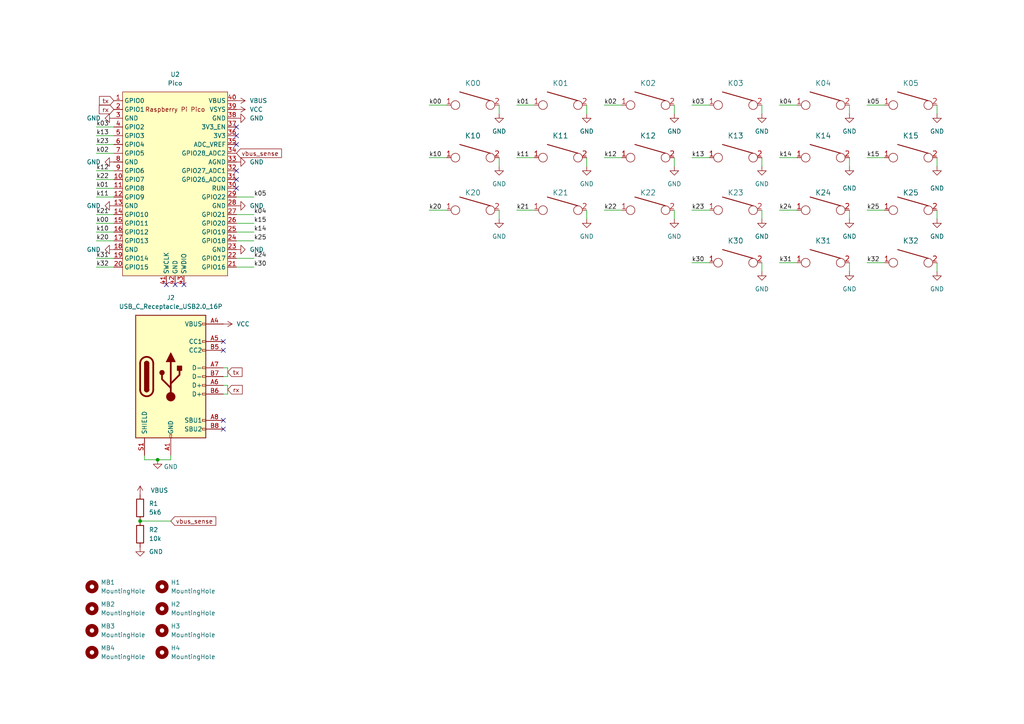
<source format=kicad_sch>
(kicad_sch (version 20231120) (generator "eeschema") (generator_version "8.0")
  (paper "A4")
  (title_block (rev "rev1.0"))
  (lib_symbols
    (symbol "Connector:USB_C_Receptacle_USB2.0_16P" (pin_names (offset 1.016))
      (property "Reference" "J" (at 0 22.225 0))
      (property "Value" "USB_C_Receptacle_USB2.0_16P" (at 0 19.685 0))
      (symbol "USB_C_Receptacle_USB2.0_16P_0_0"
        (rectangle (start -0.254 -17.78) (end 0.254 -16.764))
        (rectangle (start 10.16 -14.986) (end 9.144 -15.494))
        (rectangle (start 10.16 -12.446) (end 9.144 -12.954))
        (rectangle (start 10.16 -4.826) (end 9.144 -5.334))
        (rectangle (start 10.16 -2.286) (end 9.144 -2.794))
        (rectangle (start 10.16 0.254) (end 9.144 -0.254))
        (rectangle (start 10.16 2.794) (end 9.144 2.286))
        (rectangle (start 10.16 7.874) (end 9.144 7.366))
        (rectangle (start 10.16 10.414) (end 9.144 9.906))
        (rectangle (start 10.16 15.494) (end 9.144 14.986))
      )
      (symbol "USB_C_Receptacle_USB2.0_16P_0_1"
        (rectangle (start -10.16 17.78) (end 10.16 -17.78) (stroke (width 0.254)) (fill (type background)))
        (arc (start -8.89 -3.81) (mid -6.985 -5.7067) (end -5.08 -3.81) (stroke (width 0.508)))
        (arc (start -7.62 -3.81) (mid -6.985 -4.4423) (end -6.35 -3.81) (stroke (width 0.254)))
        (arc (start -7.62 -3.81) (mid -6.985 -4.4423) (end -6.35 -3.81) (stroke (width 0.254)) (fill (type outline)))
        (rectangle (start -7.62 -3.81) (end -6.35 3.81) (stroke (width 0.254)) (fill (type outline)))
        (arc (start -6.35 3.81) (mid -6.985 4.4423) (end -7.62 3.81) (stroke (width 0.254)))
        (arc (start -6.35 3.81) (mid -6.985 4.4423) (end -7.62 3.81) (stroke (width 0.254)) (fill (type outline)))
        (arc (start -5.08 3.81) (mid -6.985 5.7067) (end -8.89 3.81) (stroke (width 0.508)))
        (circle (center -2.54 1.143) (radius 0.635) (stroke (width 0.254)) (fill (type outline)))
        (circle (center 0 -5.842) (radius 1.27) (fill (type outline)))
        (polyline (pts (xy -8.89 -3.81) (xy -8.89 3.81)) (stroke (width 0.508)))
        (polyline (pts (xy -5.08 3.81) (xy -5.08 -3.81)) (stroke (width 0.508)))
        (polyline (pts (xy 0 -5.842) (xy 0 4.318)) (stroke (width 0.508)))
        (polyline (pts (xy 0 -3.302) (xy -2.54 -0.762) (xy -2.54 0.508)) (stroke (width 0.508)))
        (polyline (pts (xy 0 -2.032) (xy 2.54 0.508) (xy 2.54 1.778)) (stroke (width 0.508)))
        (polyline (pts (xy -1.27 4.318) (xy 0 6.858) (xy 1.27 4.318) (xy -1.27 4.318)) (stroke (width 0.254)) (fill (type outline)))
        (rectangle (start 1.905 1.778) (end 3.175 3.048) (stroke (width 0.254)) (fill (type outline)))
      )
      (symbol "USB_C_Receptacle_USB2.0_16P_1_1"
        (pin passive line (at 0 -22.86 90) (length 5.08) (name "GND") (number "A1"))
        (pin passive line (at 0 -22.86 90) (length 5.08) hide (name "GND") (number "A12"))
        (pin passive line (at 15.24 15.24 180) (length 5.08) (name "VBUS") (number "A4"))
        (pin bidirectional line (at 15.24 10.16 180) (length 5.08) (name "CC1") (number "A5"))
        (pin bidirectional line (at 15.24 -2.54 180) (length 5.08) (name "D+") (number "A6"))
        (pin bidirectional line (at 15.24 2.54 180) (length 5.08) (name "D-") (number "A7"))
        (pin bidirectional line (at 15.24 -12.7 180) (length 5.08) (name "SBU1") (number "A8"))
        (pin passive line (at 15.24 15.24 180) (length 5.08) hide (name "VBUS") (number "A9"))
        (pin passive line (at 0 -22.86 90) (length 5.08) hide (name "GND") (number "B1"))
        (pin passive line (at 0 -22.86 90) (length 5.08) hide (name "GND") (number "B12"))
        (pin passive line (at 15.24 15.24 180) (length 5.08) hide (name "VBUS") (number "B4"))
        (pin bidirectional line (at 15.24 7.62 180) (length 5.08) (name "CC2") (number "B5"))
        (pin bidirectional line (at 15.24 -5.08 180) (length 5.08) (name "D+") (number "B6"))
        (pin bidirectional line (at 15.24 0 180) (length 5.08) (name "D-") (number "B7"))
        (pin bidirectional line (at 15.24 -15.24 180) (length 5.08) (name "SBU2") (number "B8"))
        (pin passive line (at 15.24 15.24 180) (length 5.08) hide (name "VBUS") (number "B9"))
        (pin passive line (at -7.62 -22.86 90) (length 5.08) (name "SHIELD") (number "S1"))
      )
    )
    (symbol "Device:R" (pin_numbers hide) (pin_names (offset 0))
      (property "Reference" "R" (at 2.032 0 90))
      (property "Value" "R" (at 0 0 90))
      (symbol "R_0_1"
        (rectangle (start -1.016 -2.54) (end 1.016 2.54) (stroke (width 0.254)))
      )
      (symbol "R_1_1"
        (pin passive line (at 0 3.81 270) (length 1.27) (name "~") (number "1"))
        (pin passive line (at 0 -3.81 90) (length 1.27) (name "~") (number "2"))
      )
    )
    (symbol "KiCad-RP-Pico:Pico"
      (property "Reference" "U" (at -13.97 27.94 0))
      (property "Value" "Pico" (at 0 19.05 0))
      (symbol "Pico_0_0"
        (text "Raspberry Pi Pico" (at 0 21.59 0) (effects (font (size 1.27 1.27))))
      )
      (symbol "Pico_0_1"
        (rectangle (start -15.24 26.67) (end 15.24 -26.67) (fill (type background)))
      )
      (symbol "Pico_1_1"
        (pin bidirectional line (at -17.78 24.13 0) (length 2.54) (name "GPIO0") (number "1"))
        (pin bidirectional line (at -17.78 1.27 0) (length 2.54) (name "GPIO7") (number "10"))
        (pin bidirectional line (at -17.78 -1.27 0) (length 2.54) (name "GPIO8") (number "11"))
        (pin bidirectional line (at -17.78 -3.81 0) (length 2.54) (name "GPIO9") (number "12"))
        (pin power_in line (at -17.78 -6.35 0) (length 2.54) (name "GND") (number "13"))
        (pin bidirectional line (at -17.78 -8.89 0) (length 2.54) (name "GPIO10") (number "14"))
        (pin bidirectional line (at -17.78 -11.43 0) (length 2.54) (name "GPIO11") (number "15"))
        (pin bidirectional line (at -17.78 -13.97 0) (length 2.54) (name "GPIO12") (number "16"))
        (pin bidirectional line (at -17.78 -16.51 0) (length 2.54) (name "GPIO13") (number "17"))
        (pin power_in line (at -17.78 -19.05 0) (length 2.54) (name "GND") (number "18"))
        (pin bidirectional line (at -17.78 -21.59 0) (length 2.54) (name "GPIO14") (number "19"))
        (pin bidirectional line (at -17.78 21.59 0) (length 2.54) (name "GPIO1") (number "2"))
        (pin bidirectional line (at -17.78 -24.13 0) (length 2.54) (name "GPIO15") (number "20"))
        (pin bidirectional line (at 17.78 -24.13 180) (length 2.54) (name "GPIO16") (number "21"))
        (pin bidirectional line (at 17.78 -21.59 180) (length 2.54) (name "GPIO17") (number "22"))
        (pin power_in line (at 17.78 -19.05 180) (length 2.54) (name "GND") (number "23"))
        (pin bidirectional line (at 17.78 -16.51 180) (length 2.54) (name "GPIO18") (number "24"))
        (pin bidirectional line (at 17.78 -13.97 180) (length 2.54) (name "GPIO19") (number "25"))
        (pin bidirectional line (at 17.78 -11.43 180) (length 2.54) (name "GPIO20") (number "26"))
        (pin bidirectional line (at 17.78 -8.89 180) (length 2.54) (name "GPIO21") (number "27"))
        (pin power_in line (at 17.78 -6.35 180) (length 2.54) (name "GND") (number "28"))
        (pin bidirectional line (at 17.78 -3.81 180) (length 2.54) (name "GPIO22") (number "29"))
        (pin power_in line (at -17.78 19.05 0) (length 2.54) (name "GND") (number "3"))
        (pin input line (at 17.78 -1.27 180) (length 2.54) (name "RUN") (number "30"))
        (pin bidirectional line (at 17.78 1.27 180) (length 2.54) (name "GPIO26_ADC0") (number "31"))
        (pin bidirectional line (at 17.78 3.81 180) (length 2.54) (name "GPIO27_ADC1") (number "32"))
        (pin power_in line (at 17.78 6.35 180) (length 2.54) (name "AGND") (number "33"))
        (pin bidirectional line (at 17.78 8.89 180) (length 2.54) (name "GPIO28_ADC2") (number "34"))
        (pin power_in line (at 17.78 11.43 180) (length 2.54) (name "ADC_VREF") (number "35"))
        (pin power_in line (at 17.78 13.97 180) (length 2.54) (name "3V3") (number "36"))
        (pin input line (at 17.78 16.51 180) (length 2.54) (name "3V3_EN") (number "37"))
        (pin bidirectional line (at 17.78 19.05 180) (length 2.54) (name "GND") (number "38"))
        (pin power_in line (at 17.78 21.59 180) (length 2.54) (name "VSYS") (number "39"))
        (pin bidirectional line (at -17.78 16.51 0) (length 2.54) (name "GPIO2") (number "4"))
        (pin power_in line (at 17.78 24.13 180) (length 2.54) (name "VBUS") (number "40"))
        (pin input line (at -2.54 -29.21 90) (length 2.54) (name "SWCLK") (number "41"))
        (pin power_in line (at 0 -29.21 90) (length 2.54) (name "GND") (number "42"))
        (pin bidirectional line (at 2.54 -29.21 90) (length 2.54) (name "SWDIO") (number "43"))
        (pin bidirectional line (at -17.78 13.97 0) (length 2.54) (name "GPIO3") (number "5"))
        (pin bidirectional line (at -17.78 11.43 0) (length 2.54) (name "GPIO4") (number "6"))
        (pin bidirectional line (at -17.78 8.89 0) (length 2.54) (name "GPIO5") (number "7"))
        (pin power_in line (at -17.78 6.35 0) (length 2.54) (name "GND") (number "8"))
        (pin bidirectional line (at -17.78 3.81 0) (length 2.54) (name "GPIO6") (number "9"))
      )
    )
    (symbol "Mechanical:MountingHole" (pin_names (offset 1.016))
      (property "Reference" "H" (at 0 5.08 0))
      (property "Value" "MountingHole" (at 0 3.175 0))
      (symbol "MountingHole_0_1"
        (circle (center 0 0) (radius 1.27) (stroke (width 1.27)))
      )
    )
    (symbol "keyboard_parts:KEYSW" (pin_names (offset 1.016))
      (property "Reference" "K?" (at -1.27 0 0))
      (symbol "KEYSW_0_1"
        (circle (center -5.08 0) (radius 1.27))
        (polyline (pts (xy -5.08 1.27) (xy 3.81 3.81)) (stroke (width 0.254)))
        (circle (center 5.08 0) (radius 1.27))
      )
      (symbol "KEYSW_1_1"
        (pin passive line (at 7.62 0 180) (length 1.27) (name "~") (number "1"))
        (pin passive line (at -7.62 0 0) (length 1.27) (name "~") (number "2"))
      )
    )
    (symbol "power:GND" (power) (pin_names (offset 0))
      (property "Value" "GND" (at 0 -3.81 0))
      (symbol "GND_0_1"
        (polyline (pts (xy 0 0) (xy 0 -1.27) (xy 1.27 -1.27) (xy 0 -2.54) (xy -1.27 -1.27) (xy 0 -1.27)))
      )
      (symbol "GND_1_1"
        (pin power_in line (at 0 0 270) (length 0) hide (name "GND") (number "1"))
      )
    )
    (symbol "power:VBUS" (power) (pin_names (offset 0))
      (property "Value" "VBUS" (at 0 3.81 0))
      (symbol "VBUS_0_1"
        (polyline (pts (xy -0.762 1.27) (xy 0 2.54)))
        (polyline (pts (xy 0 0) (xy 0 2.54)))
        (polyline (pts (xy 0 2.54) (xy 0.762 1.27)))
      )
      (symbol "VBUS_1_1"
        (pin power_in line (at 0 0 90) (length 0) hide (name "VBUS") (number "1"))
      )
    )
    (symbol "power:VCC" (power) (pin_names (offset 0))
      (property "Value" "VCC" (at 0 3.81 0))
      (symbol "VCC_0_1"
        (polyline (pts (xy -0.762 1.27) (xy 0 2.54)))
        (polyline (pts (xy 0 0) (xy 0 2.54)))
        (polyline (pts (xy 0 2.54) (xy 0.762 1.27)))
      )
      (symbol "VCC_1_1"
        (pin power_in line (at 0 0 90) (length 0) hide (name "VCC") (number "1"))
      )
    )
  )
  (junction (at 40.64 151.13))
  (junction (at 45.72 133.35))
  (no_connect (at 64.77 99.06))
  (no_connect (at 68.58 49.53))
  (no_connect (at 53.34 82.55))
  (no_connect (at 50.8 82.55))
  (no_connect (at 48.26 82.55))
  (no_connect (at 64.77 101.6))
  (no_connect (at 68.58 52.07))
  (no_connect (at 68.58 39.37))
  (no_connect (at 68.58 41.91))
  (no_connect (at 68.58 36.83))
  (no_connect (at 68.58 54.61))
  (no_connect (at 64.77 121.92))
  (no_connect (at 64.77 124.46))
  (wire (pts (xy 149.86 60.96) (xy 154.94 60.96)))
  (wire (pts (xy 27.94 41.91) (xy 33.02 41.91)))
  (wire (pts (xy 200.66 45.72) (xy 205.74 45.72)))
  (wire (pts (xy 251.46 30.48) (xy 256.54 30.48)))
  (wire (pts (xy 66.04 109.22) (xy 64.77 109.22)))
  (wire (pts (xy 124.46 45.72) (xy 129.54 45.72)))
  (wire (pts (xy 200.66 60.96) (xy 205.74 60.96)))
  (wire (pts (xy 68.58 67.31) (xy 73.66 67.31)))
  (wire (pts (xy 149.86 45.72) (xy 154.94 45.72)))
  (wire (pts (xy 27.94 49.53) (xy 33.02 49.53)))
  (wire (pts (xy 68.58 62.23) (xy 73.66 62.23)))
  (wire (pts (xy 27.94 74.93) (xy 33.02 74.93)))
  (wire (pts (xy 175.26 60.96) (xy 180.34 60.96)))
  (wire (pts (xy 251.46 60.96) (xy 256.54 60.96)))
  (wire (pts (xy 195.58 63.5) (xy 195.58 60.96)))
  (wire (pts (xy 144.78 63.5) (xy 144.78 60.96)))
  (wire (pts (xy 246.38 48.26) (xy 246.38 45.72)))
  (wire (pts (xy 220.98 48.26) (xy 220.98 45.72)))
  (wire (pts (xy 144.78 48.26) (xy 144.78 45.72)))
  (wire (pts (xy 27.94 67.31) (xy 33.02 67.31)))
  (wire (pts (xy 27.94 77.47) (xy 33.02 77.47)))
  (wire (pts (xy 175.26 45.72) (xy 180.34 45.72)))
  (wire (pts (xy 246.38 78.74) (xy 246.38 76.2)))
  (wire (pts (xy 271.78 48.26) (xy 271.78 45.72)))
  (wire (pts (xy 200.66 76.2) (xy 205.74 76.2)))
  (wire (pts (xy 226.06 45.72) (xy 231.14 45.72)))
  (wire (pts (xy 68.58 57.15) (xy 73.66 57.15)))
  (wire (pts (xy 200.66 30.48) (xy 205.74 30.48)))
  (wire (pts (xy 220.98 78.74) (xy 220.98 76.2)))
  (wire (pts (xy 41.91 133.35) (xy 45.72 133.35)))
  (wire (pts (xy 271.78 63.5) (xy 271.78 60.96)))
  (wire (pts (xy 124.46 60.96) (xy 129.54 60.96)))
  (wire (pts (xy 27.94 69.85) (xy 33.02 69.85)))
  (wire (pts (xy 27.94 54.61) (xy 33.02 54.61)))
  (wire (pts (xy 144.78 33.02) (xy 144.78 30.48)))
  (wire (pts (xy 195.58 48.26) (xy 195.58 45.72)))
  (wire (pts (xy 170.18 63.5) (xy 170.18 60.96)))
  (wire (pts (xy 66.04 111.76) (xy 66.04 114.3)))
  (wire (pts (xy 246.38 63.5) (xy 246.38 60.96)))
  (wire (pts (xy 226.06 30.48) (xy 231.14 30.48)))
  (wire (pts (xy 124.46 30.48) (xy 129.54 30.48)))
  (wire (pts (xy 27.94 39.37) (xy 33.02 39.37)))
  (wire (pts (xy 27.94 57.15) (xy 33.02 57.15)))
  (wire (pts (xy 170.18 48.26) (xy 170.18 45.72)))
  (wire (pts (xy 64.77 114.3) (xy 66.04 114.3)))
  (wire (pts (xy 175.26 30.48) (xy 180.34 30.48)))
  (wire (pts (xy 64.77 106.68) (xy 66.04 106.68)))
  (wire (pts (xy 68.58 74.93) (xy 73.66 74.93)))
  (wire (pts (xy 64.77 111.76) (xy 66.04 111.76)))
  (wire (pts (xy 27.94 36.83) (xy 33.02 36.83)))
  (wire (pts (xy 27.94 64.77) (xy 33.02 64.77)))
  (wire (pts (xy 40.64 151.13) (xy 49.53 151.13)))
  (wire (pts (xy 68.58 77.47) (xy 73.66 77.47)))
  (wire (pts (xy 41.91 132.08) (xy 41.91 133.35)))
  (wire (pts (xy 195.58 33.02) (xy 195.58 30.48)))
  (wire (pts (xy 251.46 45.72) (xy 256.54 45.72)))
  (wire (pts (xy 27.94 44.45) (xy 33.02 44.45)))
  (wire (pts (xy 226.06 60.96) (xy 231.14 60.96)))
  (wire (pts (xy 68.58 64.77) (xy 73.66 64.77)))
  (wire (pts (xy 170.18 33.02) (xy 170.18 30.48)))
  (wire (pts (xy 226.06 76.2) (xy 231.14 76.2)))
  (wire (pts (xy 45.72 133.35) (xy 49.53 133.35)))
  (wire (pts (xy 271.78 33.02) (xy 271.78 30.48)))
  (wire (pts (xy 246.38 33.02) (xy 246.38 30.48)))
  (wire (pts (xy 251.46 76.2) (xy 256.54 76.2)))
  (wire (pts (xy 66.04 106.68) (xy 66.04 109.22)))
  (wire (pts (xy 220.98 33.02) (xy 220.98 30.48)))
  (wire (pts (xy 27.94 52.07) (xy 33.02 52.07)))
  (wire (pts (xy 27.94 62.23) (xy 33.02 62.23)))
  (wire (pts (xy 149.86 30.48) (xy 154.94 30.48)))
  (wire (pts (xy 49.53 133.35) (xy 49.53 132.08)))
  (wire (pts (xy 68.58 69.85) (xy 73.66 69.85)))
  (wire (pts (xy 271.78 78.74) (xy 271.78 76.2)))
  (wire (pts (xy 220.98 63.5) (xy 220.98 60.96)))
  (label "k11" (at 27.94 57.15 0))
  (label "k21" (at 27.94 62.23 0))
  (label "k13" (at 27.94 39.37 0))
  (label "k30" (at 200.66 76.2 0))
  (label "k02" (at 175.26 30.48 0))
  (label "k04" (at 226.06 30.48 0))
  (label "k20" (at 27.94 69.85 0))
  (label "k00" (at 27.94 64.77 0))
  (label "k01" (at 27.94 54.61 0))
  (label "k00" (at 124.46 30.48 0))
  (label "k03" (at 200.66 30.48 0))
  (label "k15" (at 251.46 45.72 0))
  (label "k23" (at 200.66 60.96 0))
  (label "k10" (at 27.94 67.31 0))
  (label "k24" (at 226.06 60.96 0))
  (label "k05" (at 251.46 30.48 0))
  (label "k32" (at 27.94 77.47 0))
  (label "k22" (at 175.26 60.96 0))
  (label "k03" (at 27.94 36.83 0))
  (label "k02" (at 27.94 44.45 0))
  (label "k01" (at 149.86 30.48 0))
  (label "k22" (at 27.94 52.07 0))
  (label "k10" (at 124.46 45.72 0))
  (label "k12" (at 27.94 49.53 0))
  (label "k30" (at 73.66 77.47 0))
  (label "k31" (at 27.94 74.93 0))
  (label "k24" (at 73.66 74.93 0))
  (label "k32" (at 251.46 76.2 0))
  (label "k14" (at 226.06 45.72 0))
  (label "k12" (at 175.26 45.72 0))
  (label "k23" (at 27.94 41.91 0))
  (label "k11" (at 149.86 45.72 0))
  (label "k15" (at 73.66 64.77 0))
  (label "k25" (at 73.66 69.85 0))
  (label "k04" (at 73.66 62.23 0))
  (label "k31" (at 226.06 76.2 0))
  (label "k13" (at 200.66 45.72 0))
  (label "k21" (at 149.86 60.96 0))
  (label "k25" (at 251.46 60.96 0))
  (label "k05" (at 73.66 57.15 0))
  (label "k14" (at 73.66 67.31 0))
  (label "k20" (at 124.46 60.96 0))
  (global_label "vbus_sense" (shape input) (at 49.53 151.13 0) (property "Intersheetrefs" "${INTERSHEET_REFS}" (effects (hide yes))))
  (global_label "tx" (shape input) (at 66.04 107.95 0) (property "Intersheetrefs" "${INTERSHEET_REFS}" (effects (hide yes))))
  (global_label "rx" (shape input) (at 66.04 113.03 0) (property "Intersheetrefs" "${INTERSHEET_REFS}" (effects (hide yes))))
  (global_label "tx" (shape input) (at 33.02 29.21 180) (property "Intersheetrefs" "${INTERSHEET_REFS}" (effects (hide yes))))
  (global_label "vbus_sense" (shape input) (at 68.58 44.45 0) (property "Intersheetrefs" "${INTERSHEET_REFS}" (effects (hide yes))))
  (global_label "rx" (shape input) (at 33.02 31.75 180) (property "Intersheetrefs" "${INTERSHEET_REFS}" (effects (hide yes))))
  (symbol (lib_id "keyboard_parts:KEYSW") (at 264.16 76.2 0) (mirror y) (unit 1)
    (property "Reference" "K32" (at 264.16 69.85 0) (effects (font (size 1.524 1.524))))
    (property "Value" "KEYSW" (effects (hide yes)))
    (property "Footprint" "keyswitches:SW_PG1350_reversible" (effects (hide yes)))
  )
  (symbol (lib_id "Mechanical:MountingHole") (at 26.67 182.88 0) (unit 1)
    (property "Reference" "MB3" (at 29.21 181.6099 0) (effects (justify left)))
    (property "Value" "MountingHole" (at 29.21 184.1499 0) (effects (justify left)))
    (property "Footprint" "beekeeb_lib:mousebites" (effects (hide yes)))
  )
  (symbol (lib_id "power:GND") (at 195.58 48.26 0) (unit 1)
    (property "Reference" "#PWR0104" (effects (hide yes)))
    (property "Value" "GND" (at 195.58 53.34 0))
  )
  (symbol (lib_id "power:VBUS") (at 68.58 29.21 270) (unit 1)
    (property "Reference" "#PWR0124" (effects (hide yes)))
    (property "Value" "VBUS" (at 72.39 29.2099 90) (effects (justify left)))
  )
  (symbol (lib_id "power:GND") (at 33.02 59.69 270) (unit 1)
    (property "Reference" "#PWR0128" (effects (hide yes)))
    (property "Value" "GND" (at 29.21 59.6899 90) (effects (justify right)))
  )
  (symbol (lib_id "keyboard_parts:KEYSW") (at 238.76 60.96 0) (mirror y) (unit 1)
    (property "Reference" "K24" (at 238.76 55.88 0) (effects (font (size 1.524 1.524))))
    (property "Value" "KEYSW" (effects (hide yes)))
    (property "Footprint" "keyswitches:SW_PG1350_reversible" (effects (hide yes)))
  )
  (symbol (lib_id "power:GND") (at 68.58 46.99 90) (unit 1)
    (property "Reference" "#PWR0111" (effects (hide yes)))
    (property "Value" "GND" (at 72.39 46.9899 90) (effects (justify right)))
  )
  (symbol (lib_id "keyboard_parts:KEYSW") (at 137.16 30.48 0) (mirror y) (unit 1)
    (property "Reference" "K00" (at 137.16 24.13 0) (effects (font (size 1.524 1.524))))
    (property "Value" "KEYSW" (effects (hide yes)))
    (property "Footprint" "keyswitches:SW_PG1350_reversible" (effects (hide yes)))
  )
  (symbol (lib_id "power:GND") (at 45.72 133.35 0) (unit 1)
    (property "Reference" "#PWR01" (effects (hide yes)))
    (property "Value" "GND" (at 49.53 135.382 0))
  )
  (symbol (lib_id "Mechanical:MountingHole") (at 46.99 189.23 0) (unit 1)
    (property "Reference" "H4" (at 49.53 187.9599 0) (effects (justify left)))
    (property "Value" "MountingHole" (at 49.53 190.4999 0) (effects (justify left)))
    (property "Footprint" "beekeeb_lib:MountingHole_2.2mm_M2-8mm" (effects (hide yes)))
  )
  (symbol (lib_id "power:VBUS") (at 40.64 143.51 0) (unit 1)
    (property "Reference" "#PWR0125" (effects (hide yes)))
    (property "Value" "VBUS" (at 46.228 142.24 0))
  )
  (symbol (lib_id "keyboard_parts:KEYSW") (at 264.16 45.72 0) (mirror y) (unit 1)
    (property "Reference" "K15" (at 264.16 39.37 0) (effects (font (size 1.524 1.524))))
    (property "Value" "KEYSW" (effects (hide yes)))
    (property "Footprint" "keyswitches:SW_PG1350_reversible" (effects (hide yes)))
  )
  (symbol (lib_id "power:GND") (at 144.78 48.26 0) (unit 1)
    (property "Reference" "#PWR0107" (effects (hide yes)))
    (property "Value" "GND" (at 144.78 53.34 0))
  )
  (symbol (lib_id "power:GND") (at 195.58 63.5 0) (unit 1)
    (property "Reference" "#PWR0105" (effects (hide yes)))
    (property "Value" "GND" (at 195.58 68.58 0))
  )
  (symbol (lib_id "Mechanical:MountingHole") (at 26.67 176.53 0) (unit 1)
    (property "Reference" "MB2" (at 29.21 175.2599 0) (effects (justify left)))
    (property "Value" "MountingHole" (at 29.21 177.7999 0) (effects (justify left)))
    (property "Footprint" "beekeeb_lib:mousebites" (effects (hide yes)))
  )
  (symbol (lib_id "Mechanical:MountingHole") (at 46.99 176.53 0) (unit 1)
    (property "Reference" "H2" (at 49.53 175.2599 0) (effects (justify left)))
    (property "Value" "MountingHole" (at 49.53 177.7999 0) (effects (justify left)))
    (property "Footprint" "beekeeb_lib:MountingHole_2.2mm_M2-8mm" (effects (hide yes)))
  )
  (symbol (lib_id "keyboard_parts:KEYSW") (at 213.36 30.48 0) (mirror y) (unit 1)
    (property "Reference" "K03" (at 213.36 24.13 0) (effects (font (size 1.524 1.524))))
    (property "Value" "KEYSW" (effects (hide yes)))
    (property "Footprint" "keyswitches:SW_PG1350_reversible" (effects (hide yes)))
  )
  (symbol (lib_id "power:GND") (at 246.38 63.5 0) (unit 1)
    (property "Reference" "#PWR0121" (effects (hide yes)))
    (property "Value" "GND" (at 246.38 68.58 0))
  )
  (symbol (lib_id "keyboard_parts:KEYSW") (at 187.96 30.48 0) (mirror y) (unit 1)
    (property "Reference" "K02" (at 187.96 24.13 0) (effects (font (size 1.524 1.524))))
    (property "Value" "KEYSW" (effects (hide yes)))
    (property "Footprint" "keyswitches:SW_PG1350_reversible" (effects (hide yes)))
  )
  (symbol (lib_id "keyboard_parts:KEYSW") (at 162.56 45.72 0) (mirror y) (unit 1)
    (property "Reference" "K11" (at 162.56 39.37 0) (effects (font (size 1.524 1.524))))
    (property "Value" "KEYSW" (effects (hide yes)))
    (property "Footprint" "keyswitches:SW_PG1350_reversible" (effects (hide yes)))
  )
  (symbol (lib_id "keyboard_parts:KEYSW") (at 187.96 60.96 0) (mirror y) (unit 1)
    (property "Reference" "K22" (at 187.96 55.88 0) (effects (font (size 1.524 1.524))))
    (property "Value" "KEYSW" (effects (hide yes)))
    (property "Footprint" "keyswitches:SW_PG1350_reversible" (effects (hide yes)))
  )
  (symbol (lib_id "power:GND") (at 271.78 33.02 0) (unit 1)
    (property "Reference" "#PWR0115" (effects (hide yes)))
    (property "Value" "GND" (at 271.78 38.1 0))
  )
  (symbol (lib_id "power:GND") (at 271.78 63.5 0) (unit 1)
    (property "Reference" "#PWR0118" (effects (hide yes)))
    (property "Value" "GND" (at 271.78 68.58 0))
  )
  (symbol (lib_id "power:GND") (at 271.78 78.74 0) (unit 1)
    (property "Reference" "#PWR0117" (effects (hide yes)))
    (property "Value" "GND" (at 271.78 83.82 0))
  )
  (symbol (lib_id "Mechanical:MountingHole") (at 26.67 170.18 0) (unit 1)
    (property "Reference" "MB1" (at 29.21 168.9099 0) (effects (justify left)))
    (property "Value" "MountingHole" (at 29.21 171.4499 0) (effects (justify left)))
    (property "Footprint" "beekeeb_lib:mousebites" (effects (hide yes)))
  )
  (symbol (lib_id "power:GND") (at 246.38 48.26 0) (unit 1)
    (property "Reference" "#PWR0119" (effects (hide yes)))
    (property "Value" "GND" (at 246.38 54.61 0))
  )
  (symbol (lib_id "power:GND") (at 170.18 63.5 0) (unit 1)
    (property "Reference" "#PWR0101" (effects (hide yes)))
    (property "Value" "GND" (at 170.18 68.58 0))
  )
  (symbol (lib_id "keyboard_parts:KEYSW") (at 238.76 30.48 0) (mirror y) (unit 1)
    (property "Reference" "K04" (at 238.76 24.13 0) (effects (font (size 1.524 1.524))))
    (property "Value" "KEYSW" (effects (hide yes)))
    (property "Footprint" "keyswitches:SW_PG1350_reversible" (effects (hide yes)))
  )
  (symbol (lib_id "power:GND") (at 246.38 78.74 0) (unit 1)
    (property "Reference" "#PWR0120" (effects (hide yes)))
    (property "Value" "GND" (at 246.38 83.82 0))
  )
  (symbol (lib_id "power:GND") (at 68.58 72.39 90) (unit 1)
    (property "Reference" "#PWR0135" (effects (hide yes)))
    (property "Value" "GND" (at 72.39 72.3899 90) (effects (justify right)))
  )
  (symbol (lib_id "Device:R") (at 40.64 154.94 0) (unit 1)
    (property "Reference" "R2" (at 43.18 153.6699 0) (effects (justify left)))
    (property "Value" "10k" (at 43.18 156.2099 0) (effects (justify left)))
    (property "Footprint" "Resistor_SMD:R_1206_3216Metric_Pad1.30x1.75mm_HandSolder" (effects (hide yes)))
  )
  (symbol (lib_id "Connector:USB_C_Receptacle_USB2.0_16P") (at 49.53 109.22 0) (unit 1)
    (property "Reference" "J2" (at 49.53 86.36 0))
    (property "Value" "USB_C_Receptacle_USB2.0_16P" (at 49.53 88.9 0))
    (property "Footprint" "Connector_USB:USB_C_Receptacle_Palconn_UTC16-G" (effects (hide yes)))
    (property "Datasheet" "https://www.usb.org/sites/default/files/documents/usb_type-c.zip" (effects (hide yes)))
    (property "Description" "USB 2.0-only 16P Type-C Receptacle connector" (effects (hide yes)))
  )
  (symbol (lib_id "keyboard_parts:KEYSW") (at 213.36 76.2 0) (mirror y) (unit 1)
    (property "Reference" "K30" (at 213.36 69.85 0) (effects (font (size 1.524 1.524))))
    (property "Value" "KEYSW" (effects (hide yes)))
    (property "Footprint" "keyswitches:SW_PG1350_reversible" (effects (hide yes)))
  )
  (symbol (lib_id "power:GND") (at 246.38 33.02 0) (unit 1)
    (property "Reference" "#PWR0112" (effects (hide yes)))
    (property "Value" "GND" (at 246.38 38.1 0))
  )
  (symbol (lib_id "power:GND") (at 33.02 72.39 270) (unit 1)
    (property "Reference" "#PWR0129" (effects (hide yes)))
    (property "Value" "GND" (at 29.21 72.3899 90) (effects (justify right)))
  )
  (symbol (lib_id "power:GND") (at 68.58 34.29 90) (unit 1)
    (property "Reference" "#PWR0132" (effects (hide yes)))
    (property "Value" "GND" (at 72.39 34.2899 90) (effects (justify right)))
  )
  (symbol (lib_id "KiCad-RP-Pico:Pico") (at 50.8 53.34 0) (unit 1)
    (property "Reference" "U2" (at 50.8 21.59 0))
    (property "Value" "Pico" (at 50.8 24.13 0))
    (property "Footprint" "RPi_Pico:RPi_Pico_SMD_TH" (effects (hide yes)))
  )
  (symbol (lib_id "keyboard_parts:KEYSW") (at 137.16 60.96 0) (mirror y) (unit 1)
    (property "Reference" "K20" (at 137.16 55.88 0) (effects (font (size 1.524 1.524))))
    (property "Value" "KEYSW" (effects (hide yes)))
    (property "Footprint" "keyswitches:SW_PG1350_reversible" (effects (hide yes)))
  )
  (symbol (lib_id "power:GND") (at 40.64 158.75 0) (unit 1)
    (property "Reference" "#PWR0127" (effects (hide yes)))
    (property "Value" "GND" (at 43.18 160.0199 0) (effects (justify left)))
  )
  (symbol (lib_id "power:VCC") (at 68.58 31.75 270) (unit 1)
    (property "Reference" "#PWR0133" (effects (hide yes)))
    (property "Value" "VCC" (at 72.39 31.7499 90) (effects (justify left)))
  )
  (symbol (lib_id "power:GND") (at 271.78 48.26 0) (unit 1)
    (property "Reference" "#PWR0116" (effects (hide yes)))
    (property "Value" "GND" (at 271.78 54.61 0))
  )
  (symbol (lib_id "keyboard_parts:KEYSW") (at 213.36 60.96 0) (mirror y) (unit 1)
    (property "Reference" "K23" (at 213.36 55.88 0) (effects (font (size 1.524 1.524))))
    (property "Value" "KEYSW" (effects (hide yes)))
    (property "Footprint" "keyswitches:SW_PG1350_reversible" (effects (hide yes)))
  )
  (symbol (lib_id "power:GND") (at 68.58 59.69 90) (unit 1)
    (property "Reference" "#PWR0134" (effects (hide yes)))
    (property "Value" "GND" (at 72.39 59.6899 90) (effects (justify right)))
  )
  (symbol (lib_id "keyboard_parts:KEYSW") (at 137.16 45.72 0) (mirror y) (unit 1)
    (property "Reference" "K10" (at 137.16 39.37 0) (effects (font (size 1.524 1.524))))
    (property "Value" "KEYSW" (effects (hide yes)))
    (property "Footprint" "keyswitches:SW_PG1350_reversible" (effects (hide yes)))
  )
  (symbol (lib_id "keyboard_parts:KEYSW") (at 162.56 30.48 0) (mirror y) (unit 1)
    (property "Reference" "K01" (at 162.56 24.13 0) (effects (font (size 1.524 1.524))))
    (property "Value" "KEYSW" (effects (hide yes)))
    (property "Footprint" "keyswitches:SW_PG1350_reversible" (effects (hide yes)))
  )
  (symbol (lib_id "keyboard_parts:KEYSW") (at 264.16 60.96 0) (mirror y) (unit 1)
    (property "Reference" "K25" (at 264.16 55.88 0) (effects (font (size 1.524 1.524))))
    (property "Value" "KEYSW" (effects (hide yes)))
    (property "Footprint" "keyswitches:SW_PG1350_reversible" (effects (hide yes)))
  )
  (symbol (lib_id "power:GND") (at 33.02 46.99 270) (unit 1)
    (property "Reference" "#PWR0131" (effects (hide yes)))
    (property "Value" "GND" (at 29.21 46.9899 90) (effects (justify right)))
  )
  (symbol (lib_id "keyboard_parts:KEYSW") (at 238.76 76.2 0) (mirror y) (unit 1)
    (property "Reference" "K31" (at 238.76 69.85 0) (effects (font (size 1.524 1.524))))
    (property "Value" "KEYSW" (effects (hide yes)))
    (property "Footprint" "keyswitches:SW_PG1350_reversible" (effects (hide yes)))
  )
  (symbol (lib_id "Mechanical:MountingHole") (at 46.99 182.88 0) (unit 1)
    (property "Reference" "H3" (at 49.53 181.6099 0) (effects (justify left)))
    (property "Value" "MountingHole" (at 49.53 184.1499 0) (effects (justify left)))
    (property "Footprint" "beekeeb_lib:MountingHole_2.2mm_M2-8mm" (effects (hide yes)))
  )
  (symbol (lib_id "power:GND") (at 220.98 33.02 0) (unit 1)
    (property "Reference" "#PWR0123" (effects (hide yes)))
    (property "Value" "GND" (at 220.98 38.1 0))
  )
  (symbol (lib_id "keyboard_parts:KEYSW") (at 238.76 45.72 0) (mirror y) (unit 1)
    (property "Reference" "K14" (at 238.76 39.37 0) (effects (font (size 1.524 1.524))))
    (property "Value" "KEYSW" (effects (hide yes)))
    (property "Footprint" "keyswitches:SW_PG1350_reversible" (effects (hide yes)))
  )
  (symbol (lib_id "Mechanical:MountingHole") (at 26.67 189.23 0) (unit 1)
    (property "Reference" "MB4" (at 29.21 187.9599 0) (effects (justify left)))
    (property "Value" "MountingHole" (at 29.21 190.4999 0) (effects (justify left)))
    (property "Footprint" "beekeeb_lib:mousebites" (effects (hide yes)))
  )
  (symbol (lib_id "power:GND") (at 144.78 33.02 0) (unit 1)
    (property "Reference" "#PWR0109" (effects (hide yes)))
    (property "Value" "GND" (at 144.78 38.1 0))
  )
  (symbol (lib_id "power:GND") (at 33.02 34.29 270) (unit 1)
    (property "Reference" "#PWR0130" (effects (hide yes)))
    (property "Value" "GND" (at 29.21 34.2899 90) (effects (justify right)))
  )
  (symbol (lib_id "keyboard_parts:KEYSW") (at 213.36 45.72 0) (mirror y) (unit 1)
    (property "Reference" "K13" (at 213.36 39.37 0) (effects (font (size 1.524 1.524))))
    (property "Value" "KEYSW" (effects (hide yes)))
    (property "Footprint" "keyswitches:SW_PG1350_reversible" (effects (hide yes)))
  )
  (symbol (lib_id "power:GND") (at 195.58 33.02 0) (unit 1)
    (property "Reference" "#PWR0103" (effects (hide yes)))
    (property "Value" "GND" (at 195.58 38.1 0))
  )
  (symbol (lib_id "power:GND") (at 220.98 48.26 0) (unit 1)
    (property "Reference" "#PWR0122" (effects (hide yes)))
    (property "Value" "GND" (at 220.98 53.34 0))
  )
  (symbol (lib_id "keyboard_parts:KEYSW") (at 162.56 60.96 0) (mirror y) (unit 1)
    (property "Reference" "K21" (at 162.56 55.88 0) (effects (font (size 1.524 1.524))))
    (property "Value" "KEYSW" (effects (hide yes)))
    (property "Footprint" "keyswitches:SW_PG1350_reversible" (effects (hide yes)))
  )
  (symbol (lib_id "keyboard_parts:KEYSW") (at 187.96 45.72 0) (mirror y) (unit 1)
    (property "Reference" "K12" (at 187.96 39.37 0) (effects (font (size 1.524 1.524))))
    (property "Value" "KEYSW" (effects (hide yes)))
    (property "Footprint" "keyswitches:SW_PG1350_reversible" (effects (hide yes)))
  )
  (symbol (lib_id "power:GND") (at 220.98 78.74 0) (unit 1)
    (property "Reference" "#PWR0113" (effects (hide yes)))
    (property "Value" "GND" (at 220.98 83.82 0))
  )
  (symbol (lib_id "power:VCC") (at 64.77 93.98 270) (unit 1)
    (property "Reference" "#PWR02" (effects (hide yes)))
    (property "Value" "VCC" (at 68.58 93.9799 90) (effects (justify left)))
  )
  (symbol (lib_id "power:GND") (at 170.18 33.02 0) (unit 1)
    (property "Reference" "#PWR0106" (effects (hide yes)))
    (property "Value" "GND" (at 170.18 38.1 0))
  )
  (symbol (lib_id "power:GND") (at 170.18 48.26 0) (unit 1)
    (property "Reference" "#PWR0102" (effects (hide yes)))
    (property "Value" "GND" (at 170.18 53.34 0))
  )
  (symbol (lib_id "Mechanical:MountingHole") (at 46.99 170.18 0) (unit 1)
    (property "Reference" "H1" (at 49.53 168.9099 0) (effects (justify left)))
    (property "Value" "MountingHole" (at 49.53 171.4499 0) (effects (justify left)))
    (property "Footprint" "beekeeb_lib:MountingHole_2.2mm_M2-8mm" (effects (hide yes)))
  )
  (symbol (lib_id "power:GND") (at 220.98 63.5 0) (unit 1)
    (property "Reference" "#PWR0114" (effects (hide yes)))
    (property "Value" "GND" (at 220.98 68.58 0))
  )
  (symbol (lib_id "Device:R") (at 40.64 147.32 0) (unit 1)
    (property "Reference" "R1" (at 43.18 146.0499 0) (effects (justify left)))
    (property "Value" "5k6" (at 43.18 148.5899 0) (effects (justify left)))
    (property "Footprint" "Resistor_SMD:R_1206_3216Metric_Pad1.30x1.75mm_HandSolder" (effects (hide yes)))
  )
  (symbol (lib_id "power:GND") (at 144.78 63.5 0) (unit 1)
    (property "Reference" "#PWR0108" (effects (hide yes)))
    (property "Value" "GND" (at 144.78 68.58 0))
  )
  (symbol (lib_id "keyboard_parts:KEYSW") (at 264.16 30.48 0) (mirror y) (unit 1)
    (property "Reference" "K05" (at 264.16 24.13 0) (effects (font (size 1.524 1.524))))
    (property "Value" "KEYSW" (effects (hide yes)))
    (property "Footprint" "keyswitches:SW_PG1350_reversible" (effects (hide yes)))
  )
)
</source>
